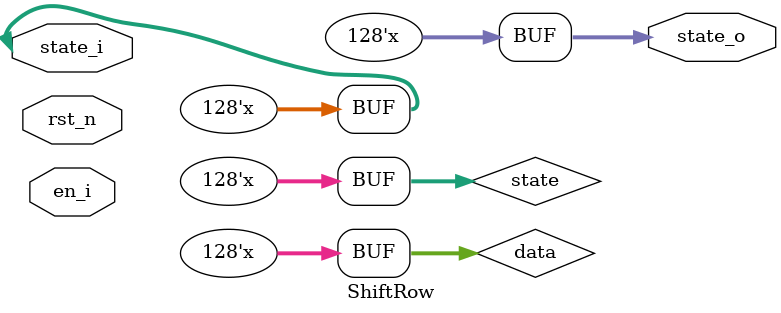
<source format=sv>
`timescale 1ns / 1ps


module ShiftRow(
    input logic [127:0] state_i,
    input logic en_i,
    input logic rst_n,
    output logic [127:0] state_o
    );
    
    logic [127:0] data;
    logic [127:0] state;
    
    // the bytes in data_i are vertically arranged in a matrix to form the state matrix
    //  _                                                               _
    // | data_i[127:120] data_i[ 95:88 ] data_i[ 63:56 ] data_i[ 31:24 ] |
    // | data_i[119:112] data_i[ 87:80 ] data_i[ 55:48 ] data_i[ 23:16 ] |
    // | data_i[111:104] data_i[ 79:72 ] data_i[ 47:40 ] data_i[ 15: 8 ] |
    // |_data_i[103: 96] data_i[ 71:64 ] data_i[ 39:32 ] data_i[ 7:0 ]  _|
    //
    // the positions elements of the state matrix are shifted
    ////////////////////////////////////////////////////////////////////////////////////
    
    // row0 (no shift)
    assign data [127:120] = state_i[127:120];
    assign data [ 95: 88] = state_i[ 95: 88]; 
    assign data [ 63: 56] = state_i[ 63: 56];
    assign data [ 31: 24] = state_i[ 31: 24];
    
    // row1 (cyclic left shift in positions)
    assign data [119:112] = state_i[ 87: 80];
    assign data [ 87: 80] = state_i[ 55: 48];
    assign data [ 55: 48] = state_i[ 23: 16];
    assign data [ 23: 16] = state_i[119:112];
    
    // row2 (cyclic 2xleft shift in positions)
    assign data [111:104] = state_i[ 47: 40];
    assign data [ 79: 72] = state_i[ 15:  8];
    assign data [ 47: 40] = state_i[111:104];
    assign data [ 15:  8] = state_i[ 79: 72];
    
    // row3 (cyclic 3xleft shift in positions)
    assign data [103: 96] = state_i[  7:  0];
    assign data [ 71: 64] = state_i[103: 96];
    assign data [ 39: 32] = state_i[ 71: 64];
    assign data [  7:  0] = state_i[ 39: 32]; 
    
    /*always_ff @(posedge clk_i, negedge rst_n)
    begin
        if (~rst_n)
            state_o <= '0;
        else if (en_i)
            state_o <= data;
        else state_o <= state_o;
    end*/
    
    always_comb
    begin
        if(~rst_n) state = data;
        else if(en_i) state = data;
        else data = data;
    end
    
    assign state_o = state;
       
endmodule

</source>
